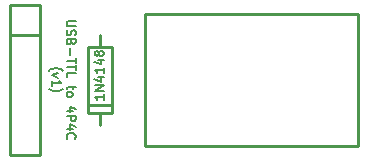
<source format=gto>
G04 (created by PCBNEW (22-Jun-2014 BZR 4027)-stable) date Wed 04 Apr 2018 07:15:16 PM CDT*
%MOIN*%
G04 Gerber Fmt 3.4, Leading zero omitted, Abs format*
%FSLAX34Y34*%
G01*
G70*
G90*
G04 APERTURE LIST*
%ADD10C,0.00590551*%
%ADD11C,0.006*%
%ADD12C,0.01*%
G04 APERTURE END LIST*
G54D10*
G54D11*
X70178Y-41800D02*
X69935Y-41800D01*
X69907Y-41814D01*
X69892Y-41828D01*
X69878Y-41857D01*
X69878Y-41914D01*
X69892Y-41942D01*
X69907Y-41957D01*
X69935Y-41971D01*
X70178Y-41971D01*
X69892Y-42100D02*
X69878Y-42142D01*
X69878Y-42214D01*
X69892Y-42242D01*
X69907Y-42257D01*
X69935Y-42271D01*
X69964Y-42271D01*
X69992Y-42257D01*
X70007Y-42242D01*
X70021Y-42214D01*
X70035Y-42157D01*
X70050Y-42128D01*
X70064Y-42114D01*
X70092Y-42100D01*
X70121Y-42100D01*
X70150Y-42114D01*
X70164Y-42128D01*
X70178Y-42157D01*
X70178Y-42228D01*
X70164Y-42271D01*
X70035Y-42500D02*
X70021Y-42542D01*
X70007Y-42557D01*
X69978Y-42571D01*
X69935Y-42571D01*
X69907Y-42557D01*
X69892Y-42542D01*
X69878Y-42514D01*
X69878Y-42400D01*
X70178Y-42400D01*
X70178Y-42500D01*
X70164Y-42528D01*
X70150Y-42542D01*
X70121Y-42557D01*
X70092Y-42557D01*
X70064Y-42542D01*
X70050Y-42528D01*
X70035Y-42500D01*
X70035Y-42400D01*
X69992Y-42700D02*
X69992Y-42928D01*
X70178Y-43028D02*
X70178Y-43200D01*
X69878Y-43114D02*
X70178Y-43114D01*
X70178Y-43257D02*
X70178Y-43428D01*
X69878Y-43342D02*
X70178Y-43342D01*
X69878Y-43671D02*
X69878Y-43528D01*
X70178Y-43528D01*
X70078Y-43957D02*
X70078Y-44071D01*
X70178Y-44000D02*
X69921Y-44000D01*
X69892Y-44014D01*
X69878Y-44042D01*
X69878Y-44071D01*
X69878Y-44214D02*
X69892Y-44185D01*
X69907Y-44171D01*
X69935Y-44157D01*
X70021Y-44157D01*
X70050Y-44171D01*
X70064Y-44185D01*
X70078Y-44214D01*
X70078Y-44257D01*
X70064Y-44285D01*
X70050Y-44300D01*
X70021Y-44314D01*
X69935Y-44314D01*
X69907Y-44300D01*
X69892Y-44285D01*
X69878Y-44257D01*
X69878Y-44214D01*
X70078Y-44800D02*
X69878Y-44800D01*
X70192Y-44728D02*
X69978Y-44657D01*
X69978Y-44842D01*
X69878Y-44957D02*
X70178Y-44957D01*
X70178Y-45071D01*
X70164Y-45100D01*
X70150Y-45114D01*
X70121Y-45128D01*
X70078Y-45128D01*
X70050Y-45114D01*
X70035Y-45100D01*
X70021Y-45071D01*
X70021Y-44957D01*
X70078Y-45385D02*
X69878Y-45385D01*
X70192Y-45314D02*
X69978Y-45242D01*
X69978Y-45428D01*
X69907Y-45714D02*
X69892Y-45699D01*
X69878Y-45657D01*
X69878Y-45628D01*
X69892Y-45585D01*
X69921Y-45557D01*
X69950Y-45542D01*
X70007Y-45528D01*
X70050Y-45528D01*
X70107Y-45542D01*
X70135Y-45557D01*
X70164Y-45585D01*
X70178Y-45628D01*
X70178Y-45657D01*
X70164Y-45699D01*
X70150Y-45714D01*
X69284Y-43450D02*
X69298Y-43435D01*
X69341Y-43407D01*
X69370Y-43392D01*
X69412Y-43378D01*
X69484Y-43364D01*
X69541Y-43364D01*
X69612Y-43378D01*
X69655Y-43392D01*
X69684Y-43407D01*
X69727Y-43435D01*
X69741Y-43450D01*
X69598Y-43535D02*
X69398Y-43607D01*
X69598Y-43678D01*
X69398Y-43950D02*
X69398Y-43778D01*
X69398Y-43864D02*
X69698Y-43864D01*
X69655Y-43835D01*
X69627Y-43807D01*
X69612Y-43778D01*
X69284Y-44050D02*
X69298Y-44064D01*
X69341Y-44092D01*
X69370Y-44107D01*
X69412Y-44121D01*
X69484Y-44135D01*
X69541Y-44135D01*
X69612Y-44121D01*
X69655Y-44107D01*
X69684Y-44092D01*
X69727Y-44064D01*
X69741Y-44050D01*
G54D12*
X68000Y-41250D02*
X68000Y-46250D01*
X69000Y-41250D02*
X69000Y-46250D01*
X69000Y-42250D02*
X68000Y-42250D01*
X69000Y-46250D02*
X68000Y-46250D01*
X68000Y-41250D02*
X69000Y-41250D01*
X72503Y-45956D02*
X79590Y-45956D01*
X72503Y-41547D02*
X79590Y-41547D01*
X72503Y-45956D02*
X72503Y-41547D01*
X79590Y-45956D02*
X79590Y-41547D01*
X71000Y-42650D02*
X71000Y-42250D01*
X71000Y-44850D02*
X71000Y-45250D01*
X70600Y-42650D02*
X70600Y-44850D01*
X71400Y-44850D02*
X71400Y-42650D01*
X71400Y-44600D02*
X70600Y-44600D01*
X71000Y-44850D02*
X71400Y-44850D01*
X71400Y-42650D02*
X71000Y-42650D01*
X71000Y-42650D02*
X70600Y-42650D01*
X70600Y-44850D02*
X71000Y-44850D01*
G54D11*
X71121Y-44242D02*
X71121Y-44414D01*
X71121Y-44328D02*
X70821Y-44328D01*
X70864Y-44357D01*
X70892Y-44385D01*
X70907Y-44414D01*
X71121Y-44114D02*
X70821Y-44114D01*
X71121Y-43942D01*
X70821Y-43942D01*
X70921Y-43671D02*
X71121Y-43671D01*
X70807Y-43742D02*
X71021Y-43814D01*
X71021Y-43628D01*
X71121Y-43357D02*
X71121Y-43528D01*
X71121Y-43442D02*
X70821Y-43442D01*
X70864Y-43471D01*
X70892Y-43500D01*
X70907Y-43528D01*
X70921Y-43100D02*
X71121Y-43100D01*
X70807Y-43171D02*
X71021Y-43242D01*
X71021Y-43057D01*
X70950Y-42900D02*
X70935Y-42928D01*
X70921Y-42942D01*
X70892Y-42957D01*
X70878Y-42957D01*
X70850Y-42942D01*
X70835Y-42928D01*
X70821Y-42900D01*
X70821Y-42842D01*
X70835Y-42814D01*
X70850Y-42800D01*
X70878Y-42785D01*
X70892Y-42785D01*
X70921Y-42800D01*
X70935Y-42814D01*
X70950Y-42842D01*
X70950Y-42900D01*
X70964Y-42928D01*
X70978Y-42942D01*
X71007Y-42957D01*
X71064Y-42957D01*
X71092Y-42942D01*
X71107Y-42928D01*
X71121Y-42900D01*
X71121Y-42842D01*
X71107Y-42814D01*
X71092Y-42800D01*
X71064Y-42785D01*
X71007Y-42785D01*
X70978Y-42800D01*
X70964Y-42814D01*
X70950Y-42842D01*
M02*

</source>
